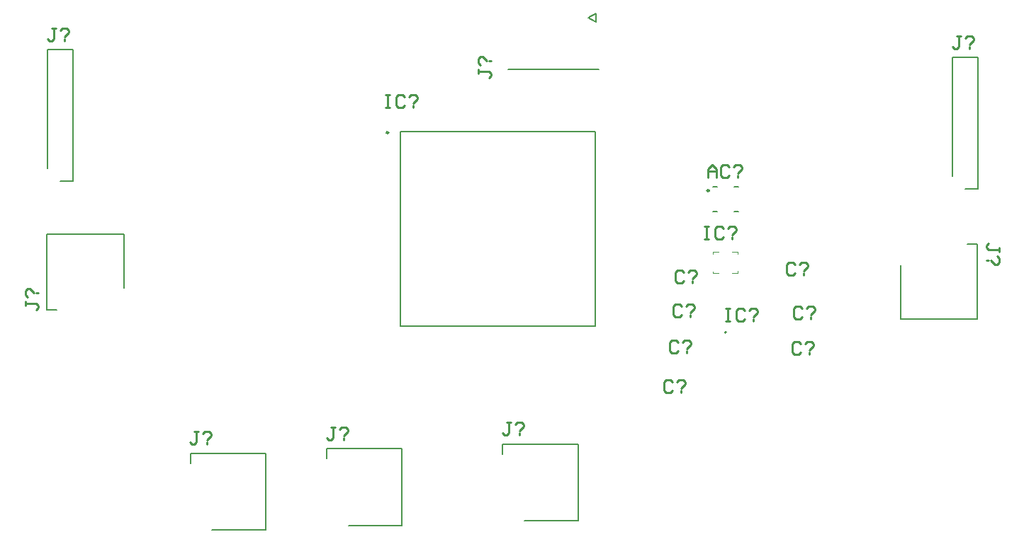
<source format=gto>
G04*
G04 #@! TF.GenerationSoftware,Altium Limited,Altium Designer,24.0.1 (36)*
G04*
G04 Layer_Color=65535*
%FSLAX25Y25*%
%MOIN*%
G70*
G04*
G04 #@! TF.SameCoordinates,25D60E08-F93C-496E-8ADE-9084BC3AF729*
G04*
G04*
G04 #@! TF.FilePolarity,Positive*
G04*
G01*
G75*
%ADD10C,0.00394*%
%ADD11C,0.00787*%
%ADD12C,0.00984*%
%ADD13C,0.00500*%
%ADD14C,0.01000*%
D10*
X318625Y134699D02*
G03*
X318625Y134306I0J-197D01*
G01*
D02*
G03*
X318625Y134699I0J197D01*
G01*
X320200Y135487D02*
Y136471D01*
X322956D01*
X329255D02*
X332011D01*
Y135487D02*
Y136471D01*
X320200Y126628D02*
Y127219D01*
Y126628D02*
X322956D01*
X329255D02*
X332011D01*
Y127613D01*
D11*
X326612Y98699D02*
G03*
X326612Y98699I-394J0D01*
G01*
X320395Y167392D02*
X322364D01*
X330238D02*
X332206D01*
X320395Y155581D02*
X322364D01*
X330238D02*
X332206D01*
X173336Y193376D02*
X265069D01*
Y101644D02*
Y193376D01*
X173336Y101644D02*
X265069D01*
X173336D02*
Y193376D01*
X43296Y119600D02*
Y144836D01*
X7076D02*
X43296D01*
X7076Y109364D02*
Y144836D01*
Y109364D02*
X11800D01*
X408552Y104878D02*
Y130114D01*
Y104878D02*
X444772D01*
Y140350D01*
X440048D02*
X444772D01*
X438900Y166200D02*
X444821D01*
Y228200D01*
X432979D02*
X444821D01*
X432979Y172200D02*
Y228200D01*
X84800Y5404D02*
X110036D01*
Y41624D01*
X74564D02*
X110036D01*
X74564Y36900D02*
Y41624D01*
X148900Y7604D02*
X174136D01*
Y43824D01*
X138664D02*
X174136D01*
X138664Y39100D02*
Y43824D01*
X13241Y169756D02*
X19162D01*
Y231756D01*
X7320D02*
X19162D01*
X7320Y175756D02*
Y231756D01*
X231600Y9804D02*
X256836D01*
Y46024D01*
X221364D02*
X256836D01*
X221364Y41300D02*
Y46024D01*
D12*
X318525Y165424D02*
G03*
X318525Y165424I-492J0D01*
G01*
X167726Y192786D02*
G03*
X167726Y192786I-492J0D01*
G01*
D13*
X223927Y222694D02*
X266643D01*
X265462Y245037D02*
Y248974D01*
X261525Y247006D02*
X265462Y245037D01*
X261525Y247006D02*
X265462Y248974D01*
D14*
X316255Y148598D02*
X318255D01*
X317255D01*
Y142600D01*
X316255D01*
X318255D01*
X325253Y147598D02*
X324253Y148598D01*
X322254D01*
X321254Y147598D01*
Y143599D01*
X322254Y142600D01*
X324253D01*
X325253Y143599D01*
X327252Y147598D02*
X328252Y148598D01*
X330251D01*
X331251Y147598D01*
Y146598D01*
X329251Y144599D01*
Y143599D02*
Y142600D01*
X326150Y109848D02*
X328149D01*
X327150D01*
Y103850D01*
X326150D01*
X328149D01*
X335147Y108848D02*
X334147Y109848D01*
X332148D01*
X331148Y108848D01*
Y104850D01*
X332148Y103850D01*
X334147D01*
X335147Y104850D01*
X337146Y108848D02*
X338146Y109848D01*
X340145D01*
X341145Y108848D01*
Y107849D01*
X339146Y105849D01*
Y104850D02*
Y103850D01*
X362249Y109948D02*
X361250Y110948D01*
X359250D01*
X358251Y109948D01*
Y105950D01*
X359250Y104950D01*
X361250D01*
X362249Y105950D01*
X364249Y109948D02*
X365248Y110948D01*
X367248D01*
X368248Y109948D01*
Y108949D01*
X366248Y106949D01*
Y105950D02*
Y104950D01*
X303950Y93866D02*
X302951Y94866D01*
X300951D01*
X299952Y93866D01*
Y89868D01*
X300951Y88868D01*
X302951D01*
X303950Y89868D01*
X305950Y93866D02*
X306949Y94866D01*
X308949D01*
X309948Y93866D01*
Y92867D01*
X307949Y90868D01*
Y89868D02*
Y88868D01*
X305649Y110848D02*
X304650Y111848D01*
X302650D01*
X301651Y110848D01*
Y106850D01*
X302650Y105850D01*
X304650D01*
X305649Y106850D01*
X307649Y110848D02*
X308648Y111848D01*
X310648D01*
X311648Y110848D01*
Y109849D01*
X309648Y107849D01*
Y106850D02*
Y105850D01*
X301155Y75075D02*
X300155Y76075D01*
X298156D01*
X297156Y75075D01*
Y71076D01*
X298156Y70077D01*
X300155D01*
X301155Y71076D01*
X303154Y75075D02*
X304154Y76075D01*
X306153D01*
X307153Y75075D01*
Y74076D01*
X305154Y72076D01*
Y71076D02*
Y70077D01*
X361697Y93276D02*
X360697Y94276D01*
X358698D01*
X357698Y93276D01*
Y89277D01*
X358698Y88278D01*
X360697D01*
X361697Y89277D01*
X363696Y93276D02*
X364696Y94276D01*
X366695D01*
X367695Y93276D01*
Y92276D01*
X365696Y90277D01*
Y89277D02*
Y88278D01*
X306549Y126847D02*
X305549Y127847D01*
X303550D01*
X302550Y126847D01*
Y122848D01*
X303550Y121848D01*
X305549D01*
X306549Y122848D01*
X308548Y126847D02*
X309548Y127847D01*
X311547D01*
X312547Y126847D01*
Y125847D01*
X310547Y123848D01*
Y122848D02*
Y121848D01*
X358949Y130648D02*
X357949Y131648D01*
X355950D01*
X354950Y130648D01*
Y126650D01*
X355950Y125650D01*
X357949D01*
X358949Y126650D01*
X360948Y130648D02*
X361948Y131648D01*
X363947D01*
X364947Y130648D01*
Y129649D01*
X362947Y127649D01*
Y126650D02*
Y125650D01*
X318051Y171637D02*
Y175635D01*
X320050Y177635D01*
X322049Y175635D01*
Y171637D01*
Y174636D01*
X318051D01*
X328048Y176635D02*
X327048Y177635D01*
X325048D01*
X324049Y176635D01*
Y172636D01*
X325048Y171637D01*
X327048D01*
X328048Y172636D01*
X330047Y176635D02*
X331047Y177635D01*
X333046D01*
X334046Y176635D01*
Y175635D01*
X332046Y173636D01*
Y172636D02*
Y171637D01*
X225249Y56148D02*
X223249D01*
X224249D01*
Y51150D01*
X223249Y50150D01*
X222250D01*
X221250Y51150D01*
X227248Y55148D02*
X228248Y56148D01*
X230247D01*
X231247Y55148D01*
Y54149D01*
X229247Y52149D01*
Y51150D02*
Y50150D01*
X78449Y51748D02*
X76449D01*
X77449D01*
Y46750D01*
X76449Y45750D01*
X75450D01*
X74450Y46750D01*
X80448Y50748D02*
X81448Y51748D01*
X83447D01*
X84447Y50748D01*
Y49749D01*
X82447Y47749D01*
Y46750D02*
Y45750D01*
X11190Y241804D02*
X9190D01*
X10190D01*
Y236806D01*
X9190Y235806D01*
X8191D01*
X7191Y236806D01*
X13189Y240805D02*
X14189Y241804D01*
X16188D01*
X17188Y240805D01*
Y239805D01*
X15189Y237806D01*
Y236806D02*
Y235806D01*
X-3048Y113249D02*
Y111249D01*
Y112249D01*
X1950D01*
X2950Y111249D01*
Y110250D01*
X1950Y109250D01*
X-2048Y115248D02*
X-3048Y116248D01*
Y118247D01*
X-2048Y119247D01*
X-1049D01*
X951Y117247D01*
X1950D02*
X2950D01*
X142549Y53948D02*
X140549D01*
X141549D01*
Y48950D01*
X140549Y47950D01*
X139550D01*
X138550Y48950D01*
X144548Y52948D02*
X145548Y53948D01*
X147547D01*
X148547Y52948D01*
Y51949D01*
X146547Y49949D01*
Y48950D02*
Y47950D01*
X436849Y238248D02*
X434849D01*
X435849D01*
Y233250D01*
X434849Y232250D01*
X433850D01*
X432850Y233250D01*
X438848Y237248D02*
X439848Y238248D01*
X441847D01*
X442847Y237248D01*
Y236249D01*
X440847Y234249D01*
Y233250D02*
Y232250D01*
X209837Y222595D02*
Y220596D01*
Y221596D01*
X214835D01*
X215835Y220596D01*
Y219596D01*
X214835Y218597D01*
X210837Y224594D02*
X209837Y225594D01*
Y227593D01*
X210837Y228593D01*
X211836D01*
X213836Y226594D01*
X214835D02*
X215835D01*
X454896Y136466D02*
Y138465D01*
Y137465D01*
X449898D01*
X448898Y138465D01*
Y139464D01*
X449898Y140464D01*
X453896Y134466D02*
X454896Y133466D01*
Y131467D01*
X453896Y130467D01*
X452897D01*
X450897Y132467D01*
X449898D02*
X448898D01*
X166152Y210558D02*
X168152D01*
X167152D01*
Y204560D01*
X166152D01*
X168152D01*
X175150Y209559D02*
X174150Y210558D01*
X172150D01*
X171151Y209559D01*
Y205560D01*
X172150Y204560D01*
X174150D01*
X175150Y205560D01*
X177149Y209559D02*
X178148Y210558D01*
X180148D01*
X181148Y209559D01*
Y208559D01*
X179148Y206560D01*
Y205560D02*
Y204560D01*
M02*

</source>
